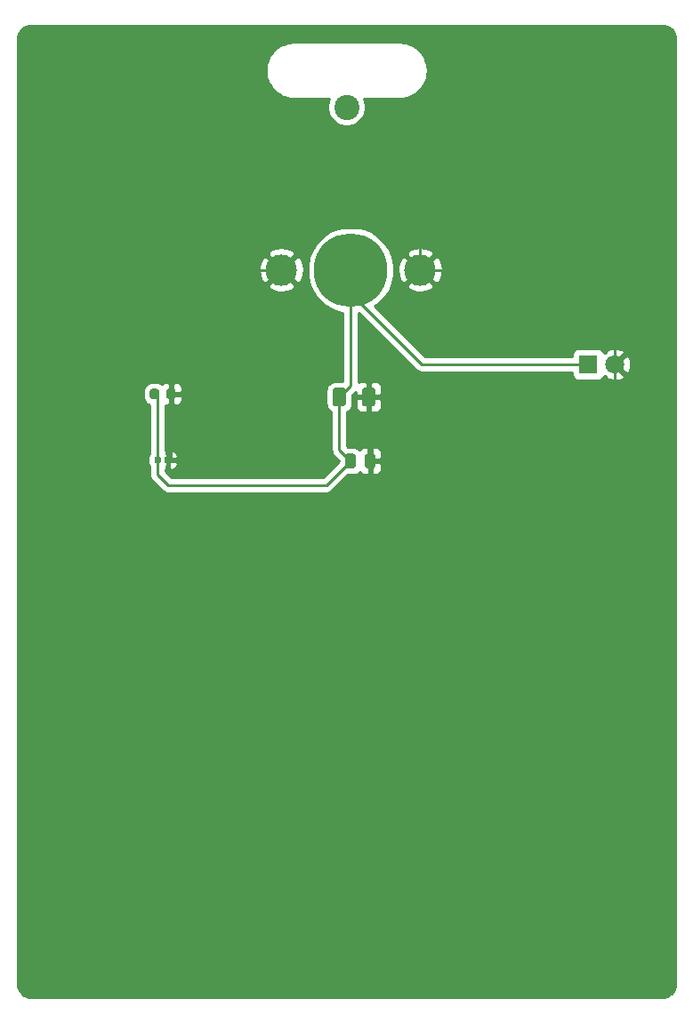
<source format=gbl>
G04 #@! TF.GenerationSoftware,KiCad,Pcbnew,5.1.2*
G04 #@! TF.CreationDate,2019-11-06T15:15:23-05:00*
G04 #@! TF.ProjectId,rochester_makerfaire,726f6368-6573-4746-9572-5f6d616b6572,rev?*
G04 #@! TF.SameCoordinates,Original*
G04 #@! TF.FileFunction,Copper,L2,Bot*
G04 #@! TF.FilePolarity,Positive*
%FSLAX46Y46*%
G04 Gerber Fmt 4.6, Leading zero omitted, Abs format (unit mm)*
G04 Created by KiCad (PCBNEW 5.1.2) date 2019-11-06 15:15:23*
%MOMM*%
%LPD*%
G04 APERTURE LIST*
%ADD10C,7.000000*%
%ADD11C,3.000000*%
%ADD12C,2.400000*%
%ADD13C,1.800000*%
%ADD14R,1.800000X1.800000*%
%ADD15C,0.100000*%
%ADD16C,1.250000*%
%ADD17C,0.975000*%
%ADD18C,0.875000*%
%ADD19C,0.590000*%
%ADD20C,0.250000*%
%ADD21C,0.254000*%
G04 APERTURE END LIST*
D10*
X82400000Y-72000000D03*
D11*
X75800000Y-72000000D03*
X89000000Y-72000000D03*
D12*
X82000000Y-56500000D03*
D13*
X107540000Y-81000000D03*
D14*
X105000000Y-81000000D03*
D15*
G36*
X81699504Y-83226204D02*
G01*
X81723773Y-83229804D01*
X81747571Y-83235765D01*
X81770671Y-83244030D01*
X81792849Y-83254520D01*
X81813893Y-83267133D01*
X81833598Y-83281747D01*
X81851777Y-83298223D01*
X81868253Y-83316402D01*
X81882867Y-83336107D01*
X81895480Y-83357151D01*
X81905970Y-83379329D01*
X81914235Y-83402429D01*
X81920196Y-83426227D01*
X81923796Y-83450496D01*
X81925000Y-83475000D01*
X81925000Y-84725000D01*
X81923796Y-84749504D01*
X81920196Y-84773773D01*
X81914235Y-84797571D01*
X81905970Y-84820671D01*
X81895480Y-84842849D01*
X81882867Y-84863893D01*
X81868253Y-84883598D01*
X81851777Y-84901777D01*
X81833598Y-84918253D01*
X81813893Y-84932867D01*
X81792849Y-84945480D01*
X81770671Y-84955970D01*
X81747571Y-84964235D01*
X81723773Y-84970196D01*
X81699504Y-84973796D01*
X81675000Y-84975000D01*
X80925000Y-84975000D01*
X80900496Y-84973796D01*
X80876227Y-84970196D01*
X80852429Y-84964235D01*
X80829329Y-84955970D01*
X80807151Y-84945480D01*
X80786107Y-84932867D01*
X80766402Y-84918253D01*
X80748223Y-84901777D01*
X80731747Y-84883598D01*
X80717133Y-84863893D01*
X80704520Y-84842849D01*
X80694030Y-84820671D01*
X80685765Y-84797571D01*
X80679804Y-84773773D01*
X80676204Y-84749504D01*
X80675000Y-84725000D01*
X80675000Y-83475000D01*
X80676204Y-83450496D01*
X80679804Y-83426227D01*
X80685765Y-83402429D01*
X80694030Y-83379329D01*
X80704520Y-83357151D01*
X80717133Y-83336107D01*
X80731747Y-83316402D01*
X80748223Y-83298223D01*
X80766402Y-83281747D01*
X80786107Y-83267133D01*
X80807151Y-83254520D01*
X80829329Y-83244030D01*
X80852429Y-83235765D01*
X80876227Y-83229804D01*
X80900496Y-83226204D01*
X80925000Y-83225000D01*
X81675000Y-83225000D01*
X81699504Y-83226204D01*
X81699504Y-83226204D01*
G37*
D16*
X81300000Y-84100000D03*
D15*
G36*
X84499504Y-83226204D02*
G01*
X84523773Y-83229804D01*
X84547571Y-83235765D01*
X84570671Y-83244030D01*
X84592849Y-83254520D01*
X84613893Y-83267133D01*
X84633598Y-83281747D01*
X84651777Y-83298223D01*
X84668253Y-83316402D01*
X84682867Y-83336107D01*
X84695480Y-83357151D01*
X84705970Y-83379329D01*
X84714235Y-83402429D01*
X84720196Y-83426227D01*
X84723796Y-83450496D01*
X84725000Y-83475000D01*
X84725000Y-84725000D01*
X84723796Y-84749504D01*
X84720196Y-84773773D01*
X84714235Y-84797571D01*
X84705970Y-84820671D01*
X84695480Y-84842849D01*
X84682867Y-84863893D01*
X84668253Y-84883598D01*
X84651777Y-84901777D01*
X84633598Y-84918253D01*
X84613893Y-84932867D01*
X84592849Y-84945480D01*
X84570671Y-84955970D01*
X84547571Y-84964235D01*
X84523773Y-84970196D01*
X84499504Y-84973796D01*
X84475000Y-84975000D01*
X83725000Y-84975000D01*
X83700496Y-84973796D01*
X83676227Y-84970196D01*
X83652429Y-84964235D01*
X83629329Y-84955970D01*
X83607151Y-84945480D01*
X83586107Y-84932867D01*
X83566402Y-84918253D01*
X83548223Y-84901777D01*
X83531747Y-84883598D01*
X83517133Y-84863893D01*
X83504520Y-84842849D01*
X83494030Y-84820671D01*
X83485765Y-84797571D01*
X83479804Y-84773773D01*
X83476204Y-84749504D01*
X83475000Y-84725000D01*
X83475000Y-83475000D01*
X83476204Y-83450496D01*
X83479804Y-83426227D01*
X83485765Y-83402429D01*
X83494030Y-83379329D01*
X83504520Y-83357151D01*
X83517133Y-83336107D01*
X83531747Y-83316402D01*
X83548223Y-83298223D01*
X83566402Y-83281747D01*
X83586107Y-83267133D01*
X83607151Y-83254520D01*
X83629329Y-83244030D01*
X83652429Y-83235765D01*
X83676227Y-83229804D01*
X83700496Y-83226204D01*
X83725000Y-83225000D01*
X84475000Y-83225000D01*
X84499504Y-83226204D01*
X84499504Y-83226204D01*
G37*
D16*
X84100000Y-84100000D03*
D15*
G36*
X82630142Y-89501174D02*
G01*
X82653803Y-89504684D01*
X82677007Y-89510496D01*
X82699529Y-89518554D01*
X82721153Y-89528782D01*
X82741670Y-89541079D01*
X82760883Y-89555329D01*
X82778607Y-89571393D01*
X82794671Y-89589117D01*
X82808921Y-89608330D01*
X82821218Y-89628847D01*
X82831446Y-89650471D01*
X82839504Y-89672993D01*
X82845316Y-89696197D01*
X82848826Y-89719858D01*
X82850000Y-89743750D01*
X82850000Y-90656250D01*
X82848826Y-90680142D01*
X82845316Y-90703803D01*
X82839504Y-90727007D01*
X82831446Y-90749529D01*
X82821218Y-90771153D01*
X82808921Y-90791670D01*
X82794671Y-90810883D01*
X82778607Y-90828607D01*
X82760883Y-90844671D01*
X82741670Y-90858921D01*
X82721153Y-90871218D01*
X82699529Y-90881446D01*
X82677007Y-90889504D01*
X82653803Y-90895316D01*
X82630142Y-90898826D01*
X82606250Y-90900000D01*
X82118750Y-90900000D01*
X82094858Y-90898826D01*
X82071197Y-90895316D01*
X82047993Y-90889504D01*
X82025471Y-90881446D01*
X82003847Y-90871218D01*
X81983330Y-90858921D01*
X81964117Y-90844671D01*
X81946393Y-90828607D01*
X81930329Y-90810883D01*
X81916079Y-90791670D01*
X81903782Y-90771153D01*
X81893554Y-90749529D01*
X81885496Y-90727007D01*
X81879684Y-90703803D01*
X81876174Y-90680142D01*
X81875000Y-90656250D01*
X81875000Y-89743750D01*
X81876174Y-89719858D01*
X81879684Y-89696197D01*
X81885496Y-89672993D01*
X81893554Y-89650471D01*
X81903782Y-89628847D01*
X81916079Y-89608330D01*
X81930329Y-89589117D01*
X81946393Y-89571393D01*
X81964117Y-89555329D01*
X81983330Y-89541079D01*
X82003847Y-89528782D01*
X82025471Y-89518554D01*
X82047993Y-89510496D01*
X82071197Y-89504684D01*
X82094858Y-89501174D01*
X82118750Y-89500000D01*
X82606250Y-89500000D01*
X82630142Y-89501174D01*
X82630142Y-89501174D01*
G37*
D17*
X82362500Y-90200000D03*
D15*
G36*
X84505142Y-89501174D02*
G01*
X84528803Y-89504684D01*
X84552007Y-89510496D01*
X84574529Y-89518554D01*
X84596153Y-89528782D01*
X84616670Y-89541079D01*
X84635883Y-89555329D01*
X84653607Y-89571393D01*
X84669671Y-89589117D01*
X84683921Y-89608330D01*
X84696218Y-89628847D01*
X84706446Y-89650471D01*
X84714504Y-89672993D01*
X84720316Y-89696197D01*
X84723826Y-89719858D01*
X84725000Y-89743750D01*
X84725000Y-90656250D01*
X84723826Y-90680142D01*
X84720316Y-90703803D01*
X84714504Y-90727007D01*
X84706446Y-90749529D01*
X84696218Y-90771153D01*
X84683921Y-90791670D01*
X84669671Y-90810883D01*
X84653607Y-90828607D01*
X84635883Y-90844671D01*
X84616670Y-90858921D01*
X84596153Y-90871218D01*
X84574529Y-90881446D01*
X84552007Y-90889504D01*
X84528803Y-90895316D01*
X84505142Y-90898826D01*
X84481250Y-90900000D01*
X83993750Y-90900000D01*
X83969858Y-90898826D01*
X83946197Y-90895316D01*
X83922993Y-90889504D01*
X83900471Y-90881446D01*
X83878847Y-90871218D01*
X83858330Y-90858921D01*
X83839117Y-90844671D01*
X83821393Y-90828607D01*
X83805329Y-90810883D01*
X83791079Y-90791670D01*
X83778782Y-90771153D01*
X83768554Y-90749529D01*
X83760496Y-90727007D01*
X83754684Y-90703803D01*
X83751174Y-90680142D01*
X83750000Y-90656250D01*
X83750000Y-89743750D01*
X83751174Y-89719858D01*
X83754684Y-89696197D01*
X83760496Y-89672993D01*
X83768554Y-89650471D01*
X83778782Y-89628847D01*
X83791079Y-89608330D01*
X83805329Y-89589117D01*
X83821393Y-89571393D01*
X83839117Y-89555329D01*
X83858330Y-89541079D01*
X83878847Y-89528782D01*
X83900471Y-89518554D01*
X83922993Y-89510496D01*
X83946197Y-89504684D01*
X83969858Y-89501174D01*
X83993750Y-89500000D01*
X84481250Y-89500000D01*
X84505142Y-89501174D01*
X84505142Y-89501174D01*
G37*
D17*
X84237500Y-90200000D03*
D15*
G36*
X63952691Y-83326053D02*
G01*
X63973926Y-83329203D01*
X63994750Y-83334419D01*
X64014962Y-83341651D01*
X64034368Y-83350830D01*
X64052781Y-83361866D01*
X64070024Y-83374654D01*
X64085930Y-83389070D01*
X64100346Y-83404976D01*
X64113134Y-83422219D01*
X64124170Y-83440632D01*
X64133349Y-83460038D01*
X64140581Y-83480250D01*
X64145797Y-83501074D01*
X64148947Y-83522309D01*
X64150000Y-83543750D01*
X64150000Y-84056250D01*
X64148947Y-84077691D01*
X64145797Y-84098926D01*
X64140581Y-84119750D01*
X64133349Y-84139962D01*
X64124170Y-84159368D01*
X64113134Y-84177781D01*
X64100346Y-84195024D01*
X64085930Y-84210930D01*
X64070024Y-84225346D01*
X64052781Y-84238134D01*
X64034368Y-84249170D01*
X64014962Y-84258349D01*
X63994750Y-84265581D01*
X63973926Y-84270797D01*
X63952691Y-84273947D01*
X63931250Y-84275000D01*
X63493750Y-84275000D01*
X63472309Y-84273947D01*
X63451074Y-84270797D01*
X63430250Y-84265581D01*
X63410038Y-84258349D01*
X63390632Y-84249170D01*
X63372219Y-84238134D01*
X63354976Y-84225346D01*
X63339070Y-84210930D01*
X63324654Y-84195024D01*
X63311866Y-84177781D01*
X63300830Y-84159368D01*
X63291651Y-84139962D01*
X63284419Y-84119750D01*
X63279203Y-84098926D01*
X63276053Y-84077691D01*
X63275000Y-84056250D01*
X63275000Y-83543750D01*
X63276053Y-83522309D01*
X63279203Y-83501074D01*
X63284419Y-83480250D01*
X63291651Y-83460038D01*
X63300830Y-83440632D01*
X63311866Y-83422219D01*
X63324654Y-83404976D01*
X63339070Y-83389070D01*
X63354976Y-83374654D01*
X63372219Y-83361866D01*
X63390632Y-83350830D01*
X63410038Y-83341651D01*
X63430250Y-83334419D01*
X63451074Y-83329203D01*
X63472309Y-83326053D01*
X63493750Y-83325000D01*
X63931250Y-83325000D01*
X63952691Y-83326053D01*
X63952691Y-83326053D01*
G37*
D18*
X63712500Y-83800000D03*
D15*
G36*
X65527691Y-83326053D02*
G01*
X65548926Y-83329203D01*
X65569750Y-83334419D01*
X65589962Y-83341651D01*
X65609368Y-83350830D01*
X65627781Y-83361866D01*
X65645024Y-83374654D01*
X65660930Y-83389070D01*
X65675346Y-83404976D01*
X65688134Y-83422219D01*
X65699170Y-83440632D01*
X65708349Y-83460038D01*
X65715581Y-83480250D01*
X65720797Y-83501074D01*
X65723947Y-83522309D01*
X65725000Y-83543750D01*
X65725000Y-84056250D01*
X65723947Y-84077691D01*
X65720797Y-84098926D01*
X65715581Y-84119750D01*
X65708349Y-84139962D01*
X65699170Y-84159368D01*
X65688134Y-84177781D01*
X65675346Y-84195024D01*
X65660930Y-84210930D01*
X65645024Y-84225346D01*
X65627781Y-84238134D01*
X65609368Y-84249170D01*
X65589962Y-84258349D01*
X65569750Y-84265581D01*
X65548926Y-84270797D01*
X65527691Y-84273947D01*
X65506250Y-84275000D01*
X65068750Y-84275000D01*
X65047309Y-84273947D01*
X65026074Y-84270797D01*
X65005250Y-84265581D01*
X64985038Y-84258349D01*
X64965632Y-84249170D01*
X64947219Y-84238134D01*
X64929976Y-84225346D01*
X64914070Y-84210930D01*
X64899654Y-84195024D01*
X64886866Y-84177781D01*
X64875830Y-84159368D01*
X64866651Y-84139962D01*
X64859419Y-84119750D01*
X64854203Y-84098926D01*
X64851053Y-84077691D01*
X64850000Y-84056250D01*
X64850000Y-83543750D01*
X64851053Y-83522309D01*
X64854203Y-83501074D01*
X64859419Y-83480250D01*
X64866651Y-83460038D01*
X64875830Y-83440632D01*
X64886866Y-83422219D01*
X64899654Y-83404976D01*
X64914070Y-83389070D01*
X64929976Y-83374654D01*
X64947219Y-83361866D01*
X64965632Y-83350830D01*
X64985038Y-83341651D01*
X65005250Y-83334419D01*
X65026074Y-83329203D01*
X65047309Y-83326053D01*
X65068750Y-83325000D01*
X65506250Y-83325000D01*
X65527691Y-83326053D01*
X65527691Y-83326053D01*
G37*
D18*
X65287500Y-83800000D03*
D15*
G36*
X64176958Y-89780710D02*
G01*
X64191276Y-89782834D01*
X64205317Y-89786351D01*
X64218946Y-89791228D01*
X64232031Y-89797417D01*
X64244447Y-89804858D01*
X64256073Y-89813481D01*
X64266798Y-89823202D01*
X64276519Y-89833927D01*
X64285142Y-89845553D01*
X64292583Y-89857969D01*
X64298772Y-89871054D01*
X64303649Y-89884683D01*
X64307166Y-89898724D01*
X64309290Y-89913042D01*
X64310000Y-89927500D01*
X64310000Y-90272500D01*
X64309290Y-90286958D01*
X64307166Y-90301276D01*
X64303649Y-90315317D01*
X64298772Y-90328946D01*
X64292583Y-90342031D01*
X64285142Y-90354447D01*
X64276519Y-90366073D01*
X64266798Y-90376798D01*
X64256073Y-90386519D01*
X64244447Y-90395142D01*
X64232031Y-90402583D01*
X64218946Y-90408772D01*
X64205317Y-90413649D01*
X64191276Y-90417166D01*
X64176958Y-90419290D01*
X64162500Y-90420000D01*
X63867500Y-90420000D01*
X63853042Y-90419290D01*
X63838724Y-90417166D01*
X63824683Y-90413649D01*
X63811054Y-90408772D01*
X63797969Y-90402583D01*
X63785553Y-90395142D01*
X63773927Y-90386519D01*
X63763202Y-90376798D01*
X63753481Y-90366073D01*
X63744858Y-90354447D01*
X63737417Y-90342031D01*
X63731228Y-90328946D01*
X63726351Y-90315317D01*
X63722834Y-90301276D01*
X63720710Y-90286958D01*
X63720000Y-90272500D01*
X63720000Y-89927500D01*
X63720710Y-89913042D01*
X63722834Y-89898724D01*
X63726351Y-89884683D01*
X63731228Y-89871054D01*
X63737417Y-89857969D01*
X63744858Y-89845553D01*
X63753481Y-89833927D01*
X63763202Y-89823202D01*
X63773927Y-89813481D01*
X63785553Y-89804858D01*
X63797969Y-89797417D01*
X63811054Y-89791228D01*
X63824683Y-89786351D01*
X63838724Y-89782834D01*
X63853042Y-89780710D01*
X63867500Y-89780000D01*
X64162500Y-89780000D01*
X64176958Y-89780710D01*
X64176958Y-89780710D01*
G37*
D19*
X64015000Y-90100000D03*
D15*
G36*
X65146958Y-89780710D02*
G01*
X65161276Y-89782834D01*
X65175317Y-89786351D01*
X65188946Y-89791228D01*
X65202031Y-89797417D01*
X65214447Y-89804858D01*
X65226073Y-89813481D01*
X65236798Y-89823202D01*
X65246519Y-89833927D01*
X65255142Y-89845553D01*
X65262583Y-89857969D01*
X65268772Y-89871054D01*
X65273649Y-89884683D01*
X65277166Y-89898724D01*
X65279290Y-89913042D01*
X65280000Y-89927500D01*
X65280000Y-90272500D01*
X65279290Y-90286958D01*
X65277166Y-90301276D01*
X65273649Y-90315317D01*
X65268772Y-90328946D01*
X65262583Y-90342031D01*
X65255142Y-90354447D01*
X65246519Y-90366073D01*
X65236798Y-90376798D01*
X65226073Y-90386519D01*
X65214447Y-90395142D01*
X65202031Y-90402583D01*
X65188946Y-90408772D01*
X65175317Y-90413649D01*
X65161276Y-90417166D01*
X65146958Y-90419290D01*
X65132500Y-90420000D01*
X64837500Y-90420000D01*
X64823042Y-90419290D01*
X64808724Y-90417166D01*
X64794683Y-90413649D01*
X64781054Y-90408772D01*
X64767969Y-90402583D01*
X64755553Y-90395142D01*
X64743927Y-90386519D01*
X64733202Y-90376798D01*
X64723481Y-90366073D01*
X64714858Y-90354447D01*
X64707417Y-90342031D01*
X64701228Y-90328946D01*
X64696351Y-90315317D01*
X64692834Y-90301276D01*
X64690710Y-90286958D01*
X64690000Y-90272500D01*
X64690000Y-89927500D01*
X64690710Y-89913042D01*
X64692834Y-89898724D01*
X64696351Y-89884683D01*
X64701228Y-89871054D01*
X64707417Y-89857969D01*
X64714858Y-89845553D01*
X64723481Y-89833927D01*
X64733202Y-89823202D01*
X64743927Y-89813481D01*
X64755553Y-89804858D01*
X64767969Y-89797417D01*
X64781054Y-89791228D01*
X64794683Y-89786351D01*
X64808724Y-89782834D01*
X64823042Y-89780710D01*
X64837500Y-89780000D01*
X65132500Y-89780000D01*
X65146958Y-89780710D01*
X65146958Y-89780710D01*
G37*
D19*
X64985000Y-90100000D03*
D20*
X82400000Y-74250000D02*
X82400000Y-72000000D01*
X89150000Y-81000000D02*
X82400000Y-74250000D01*
X105000000Y-81000000D02*
X89150000Y-81000000D01*
X105062500Y-81062500D02*
X105000000Y-81000000D01*
X82400000Y-83000000D02*
X81300000Y-84100000D01*
X82400000Y-72000000D02*
X82400000Y-83000000D01*
X81300000Y-89137500D02*
X82362500Y-90200000D01*
X81300000Y-84100000D02*
X81300000Y-89137500D01*
X80062500Y-92500000D02*
X65000000Y-92500000D01*
X82362500Y-90200000D02*
X80062500Y-92500000D01*
X64015000Y-91515000D02*
X64015000Y-90100000D01*
X65000000Y-92500000D02*
X64015000Y-91515000D01*
X64015000Y-84102500D02*
X63712500Y-83800000D01*
X64015000Y-90100000D02*
X64015000Y-84102500D01*
X107540000Y-81000000D02*
X107540000Y-75540000D01*
X107540000Y-75540000D02*
X104000000Y-72000000D01*
X104000000Y-72000000D02*
X89000000Y-72000000D01*
X89000000Y-69878680D02*
X87121320Y-68000000D01*
X89000000Y-72000000D02*
X89000000Y-69878680D01*
X79800000Y-68000000D02*
X75800000Y-72000000D01*
X87121320Y-68000000D02*
X79800000Y-68000000D01*
X107540000Y-81000000D02*
X107540000Y-82560000D01*
X106000000Y-84100000D02*
X84100000Y-84100000D01*
X107540000Y-82560000D02*
X106000000Y-84100000D01*
X84100000Y-90062500D02*
X84237500Y-90200000D01*
X84100000Y-84100000D02*
X84100000Y-90062500D01*
X65287500Y-76412500D02*
X65287500Y-83800000D01*
X75800000Y-72000000D02*
X69700000Y-72000000D01*
X69700000Y-72000000D02*
X65287500Y-76412500D01*
X65287500Y-89797500D02*
X64985000Y-90100000D01*
X65287500Y-83800000D02*
X65287500Y-89797500D01*
D21*
G36*
X112249899Y-48737907D02*
G01*
X112490285Y-48810484D01*
X112711991Y-48928368D01*
X112906577Y-49087068D01*
X113066635Y-49280545D01*
X113186064Y-49501424D01*
X113260317Y-49741297D01*
X113290000Y-50023716D01*
X113290001Y-139965269D01*
X113262093Y-140249899D01*
X113189517Y-140490282D01*
X113071633Y-140711989D01*
X112912929Y-140906580D01*
X112719455Y-141066635D01*
X112498576Y-141186064D01*
X112258701Y-141260317D01*
X111976291Y-141290000D01*
X52034721Y-141290000D01*
X51750101Y-141262093D01*
X51509718Y-141189517D01*
X51288011Y-141071633D01*
X51093420Y-140912929D01*
X50933365Y-140719455D01*
X50813936Y-140498576D01*
X50739683Y-140258701D01*
X50710000Y-139976291D01*
X50710000Y-83543750D01*
X62636928Y-83543750D01*
X62636928Y-84056250D01*
X62653392Y-84223408D01*
X62702150Y-84384142D01*
X62781329Y-84532275D01*
X62887885Y-84662115D01*
X63017725Y-84768671D01*
X63165858Y-84847850D01*
X63255001Y-84874891D01*
X63255000Y-89441492D01*
X63214321Y-89491060D01*
X63141726Y-89626875D01*
X63097023Y-89774243D01*
X63081928Y-89927500D01*
X63081928Y-90272500D01*
X63097023Y-90425757D01*
X63141726Y-90573125D01*
X63214321Y-90708940D01*
X63255001Y-90758508D01*
X63255000Y-91477677D01*
X63251324Y-91515000D01*
X63255000Y-91552322D01*
X63255000Y-91552332D01*
X63265997Y-91663985D01*
X63305574Y-91794454D01*
X63309454Y-91807246D01*
X63380026Y-91939276D01*
X63419871Y-91987826D01*
X63474999Y-92055001D01*
X63504002Y-92078804D01*
X64436201Y-93011003D01*
X64459999Y-93040001D01*
X64575724Y-93134974D01*
X64707753Y-93205546D01*
X64851014Y-93249003D01*
X64962667Y-93260000D01*
X64962676Y-93260000D01*
X64999999Y-93263676D01*
X65037322Y-93260000D01*
X80025178Y-93260000D01*
X80062500Y-93263676D01*
X80099822Y-93260000D01*
X80099833Y-93260000D01*
X80211486Y-93249003D01*
X80354747Y-93205546D01*
X80486776Y-93134974D01*
X80602501Y-93040001D01*
X80626304Y-93010997D01*
X82100980Y-91536322D01*
X82118750Y-91538072D01*
X82606250Y-91538072D01*
X82778285Y-91521128D01*
X82943709Y-91470947D01*
X83096164Y-91389458D01*
X83229792Y-91279792D01*
X83235008Y-91273436D01*
X83298815Y-91351185D01*
X83395506Y-91430537D01*
X83505820Y-91489502D01*
X83625518Y-91525812D01*
X83750000Y-91538072D01*
X83951750Y-91535000D01*
X84110500Y-91376250D01*
X84110500Y-90327000D01*
X84364500Y-90327000D01*
X84364500Y-91376250D01*
X84523250Y-91535000D01*
X84725000Y-91538072D01*
X84849482Y-91525812D01*
X84969180Y-91489502D01*
X85079494Y-91430537D01*
X85176185Y-91351185D01*
X85255537Y-91254494D01*
X85314502Y-91144180D01*
X85350812Y-91024482D01*
X85363072Y-90900000D01*
X85360000Y-90485750D01*
X85201250Y-90327000D01*
X84364500Y-90327000D01*
X84110500Y-90327000D01*
X84090500Y-90327000D01*
X84090500Y-90073000D01*
X84110500Y-90073000D01*
X84110500Y-89023750D01*
X84364500Y-89023750D01*
X84364500Y-90073000D01*
X85201250Y-90073000D01*
X85360000Y-89914250D01*
X85363072Y-89500000D01*
X85350812Y-89375518D01*
X85314502Y-89255820D01*
X85255537Y-89145506D01*
X85176185Y-89048815D01*
X85079494Y-88969463D01*
X84969180Y-88910498D01*
X84849482Y-88874188D01*
X84725000Y-88861928D01*
X84523250Y-88865000D01*
X84364500Y-89023750D01*
X84110500Y-89023750D01*
X83951750Y-88865000D01*
X83750000Y-88861928D01*
X83625518Y-88874188D01*
X83505820Y-88910498D01*
X83395506Y-88969463D01*
X83298815Y-89048815D01*
X83235008Y-89126564D01*
X83229792Y-89120208D01*
X83096164Y-89010542D01*
X82943709Y-88929053D01*
X82778285Y-88878872D01*
X82606250Y-88861928D01*
X82118750Y-88861928D01*
X82100980Y-88863678D01*
X82060000Y-88822699D01*
X82060000Y-85521339D01*
X82168386Y-85463405D01*
X82302962Y-85352962D01*
X82413405Y-85218386D01*
X82495472Y-85064850D01*
X82522727Y-84975000D01*
X82836928Y-84975000D01*
X82849188Y-85099482D01*
X82885498Y-85219180D01*
X82944463Y-85329494D01*
X83023815Y-85426185D01*
X83120506Y-85505537D01*
X83230820Y-85564502D01*
X83350518Y-85600812D01*
X83475000Y-85613072D01*
X83814250Y-85610000D01*
X83973000Y-85451250D01*
X83973000Y-84227000D01*
X84227000Y-84227000D01*
X84227000Y-85451250D01*
X84385750Y-85610000D01*
X84725000Y-85613072D01*
X84849482Y-85600812D01*
X84969180Y-85564502D01*
X85079494Y-85505537D01*
X85176185Y-85426185D01*
X85255537Y-85329494D01*
X85314502Y-85219180D01*
X85350812Y-85099482D01*
X85363072Y-84975000D01*
X85360000Y-84385750D01*
X85201250Y-84227000D01*
X84227000Y-84227000D01*
X83973000Y-84227000D01*
X82998750Y-84227000D01*
X82840000Y-84385750D01*
X82836928Y-84975000D01*
X82522727Y-84975000D01*
X82546008Y-84898254D01*
X82563072Y-84725000D01*
X82563072Y-83911730D01*
X82839069Y-83635733D01*
X82840000Y-83814250D01*
X82998750Y-83973000D01*
X83973000Y-83973000D01*
X83973000Y-82748750D01*
X84227000Y-82748750D01*
X84227000Y-83973000D01*
X85201250Y-83973000D01*
X85360000Y-83814250D01*
X85363072Y-83225000D01*
X85350812Y-83100518D01*
X85314502Y-82980820D01*
X85255537Y-82870506D01*
X85176185Y-82773815D01*
X85079494Y-82694463D01*
X84969180Y-82635498D01*
X84849482Y-82599188D01*
X84725000Y-82586928D01*
X84385750Y-82590000D01*
X84227000Y-82748750D01*
X83973000Y-82748750D01*
X83814250Y-82590000D01*
X83475000Y-82586928D01*
X83350518Y-82599188D01*
X83230820Y-82635498D01*
X83160000Y-82673353D01*
X83160000Y-76084801D01*
X88586200Y-81511002D01*
X88609999Y-81540001D01*
X88638997Y-81563799D01*
X88725724Y-81634974D01*
X88857753Y-81705546D01*
X89001014Y-81749003D01*
X89150000Y-81763677D01*
X89187333Y-81760000D01*
X103461928Y-81760000D01*
X103461928Y-81900000D01*
X103474188Y-82024482D01*
X103510498Y-82144180D01*
X103569463Y-82254494D01*
X103648815Y-82351185D01*
X103745506Y-82430537D01*
X103855820Y-82489502D01*
X103975518Y-82525812D01*
X104100000Y-82538072D01*
X105900000Y-82538072D01*
X106024482Y-82525812D01*
X106144180Y-82489502D01*
X106254494Y-82430537D01*
X106351185Y-82351185D01*
X106430537Y-82254494D01*
X106489502Y-82144180D01*
X106492813Y-82133265D01*
X106539578Y-82180030D01*
X106655526Y-82064082D01*
X106739208Y-82318261D01*
X107011775Y-82449158D01*
X107304642Y-82524365D01*
X107606553Y-82540991D01*
X107905907Y-82498397D01*
X108191199Y-82398222D01*
X108340792Y-82318261D01*
X108424475Y-82064080D01*
X107540000Y-81179605D01*
X107525858Y-81193748D01*
X107346253Y-81014143D01*
X107360395Y-81000000D01*
X107719605Y-81000000D01*
X108604080Y-81884475D01*
X108858261Y-81800792D01*
X108989158Y-81528225D01*
X109064365Y-81235358D01*
X109080991Y-80933447D01*
X109038397Y-80634093D01*
X108938222Y-80348801D01*
X108858261Y-80199208D01*
X108604080Y-80115525D01*
X107719605Y-81000000D01*
X107360395Y-81000000D01*
X107346253Y-80985858D01*
X107525858Y-80806253D01*
X107540000Y-80820395D01*
X108424475Y-79935920D01*
X108340792Y-79681739D01*
X108068225Y-79550842D01*
X107775358Y-79475635D01*
X107473447Y-79459009D01*
X107174093Y-79501603D01*
X106888801Y-79601778D01*
X106739208Y-79681739D01*
X106655526Y-79935918D01*
X106539578Y-79819970D01*
X106492813Y-79866735D01*
X106489502Y-79855820D01*
X106430537Y-79745506D01*
X106351185Y-79648815D01*
X106254494Y-79569463D01*
X106144180Y-79510498D01*
X106024482Y-79474188D01*
X105900000Y-79461928D01*
X104100000Y-79461928D01*
X103975518Y-79474188D01*
X103855820Y-79510498D01*
X103745506Y-79569463D01*
X103648815Y-79648815D01*
X103569463Y-79745506D01*
X103510498Y-79855820D01*
X103474188Y-79975518D01*
X103461928Y-80100000D01*
X103461928Y-80240000D01*
X89464802Y-80240000D01*
X84676689Y-75451887D01*
X85035909Y-75211864D01*
X85611864Y-74635909D01*
X86064389Y-73958657D01*
X86257828Y-73491653D01*
X87687952Y-73491653D01*
X87843962Y-73807214D01*
X88218745Y-73998020D01*
X88623551Y-74112044D01*
X89042824Y-74144902D01*
X89460451Y-74095334D01*
X89860383Y-73965243D01*
X90156038Y-73807214D01*
X90312048Y-73491653D01*
X89000000Y-72179605D01*
X87687952Y-73491653D01*
X86257828Y-73491653D01*
X86376094Y-73206135D01*
X86535000Y-72407262D01*
X86535000Y-72042824D01*
X86855098Y-72042824D01*
X86904666Y-72460451D01*
X87034757Y-72860383D01*
X87192786Y-73156038D01*
X87508347Y-73312048D01*
X88820395Y-72000000D01*
X89179605Y-72000000D01*
X90491653Y-73312048D01*
X90807214Y-73156038D01*
X90998020Y-72781255D01*
X91112044Y-72376449D01*
X91144902Y-71957176D01*
X91095334Y-71539549D01*
X90965243Y-71139617D01*
X90807214Y-70843962D01*
X90491653Y-70687952D01*
X89179605Y-72000000D01*
X88820395Y-72000000D01*
X87508347Y-70687952D01*
X87192786Y-70843962D01*
X87001980Y-71218745D01*
X86887956Y-71623551D01*
X86855098Y-72042824D01*
X86535000Y-72042824D01*
X86535000Y-71592738D01*
X86376094Y-70793865D01*
X86257829Y-70508347D01*
X87687952Y-70508347D01*
X89000000Y-71820395D01*
X90312048Y-70508347D01*
X90156038Y-70192786D01*
X89781255Y-70001980D01*
X89376449Y-69887956D01*
X88957176Y-69855098D01*
X88539549Y-69904666D01*
X88139617Y-70034757D01*
X87843962Y-70192786D01*
X87687952Y-70508347D01*
X86257829Y-70508347D01*
X86064389Y-70041343D01*
X85611864Y-69364091D01*
X85035909Y-68788136D01*
X84358657Y-68335611D01*
X83606135Y-68023906D01*
X82807262Y-67865000D01*
X81992738Y-67865000D01*
X81193865Y-68023906D01*
X80441343Y-68335611D01*
X79764091Y-68788136D01*
X79188136Y-69364091D01*
X78735611Y-70041343D01*
X78423906Y-70793865D01*
X78265000Y-71592738D01*
X78265000Y-72407262D01*
X78423906Y-73206135D01*
X78735611Y-73958657D01*
X79188136Y-74635909D01*
X79764091Y-75211864D01*
X80441343Y-75664389D01*
X81193865Y-75976094D01*
X81640000Y-76064836D01*
X81640001Y-82586928D01*
X80925000Y-82586928D01*
X80751746Y-82603992D01*
X80585150Y-82654528D01*
X80431614Y-82736595D01*
X80297038Y-82847038D01*
X80186595Y-82981614D01*
X80104528Y-83135150D01*
X80053992Y-83301746D01*
X80036928Y-83475000D01*
X80036928Y-84725000D01*
X80053992Y-84898254D01*
X80104528Y-85064850D01*
X80186595Y-85218386D01*
X80297038Y-85352962D01*
X80431614Y-85463405D01*
X80540000Y-85521339D01*
X80540001Y-89100168D01*
X80536324Y-89137500D01*
X80550998Y-89286485D01*
X80594454Y-89429746D01*
X80665026Y-89561776D01*
X80718452Y-89626875D01*
X80760000Y-89677501D01*
X80788998Y-89701299D01*
X81236928Y-90149229D01*
X81236928Y-90250770D01*
X79747699Y-91740000D01*
X65314802Y-91740000D01*
X64775000Y-91200199D01*
X64775000Y-90979250D01*
X64858000Y-90896250D01*
X64858000Y-90629763D01*
X64888274Y-90573125D01*
X64932977Y-90425757D01*
X64948072Y-90272500D01*
X64948072Y-90227000D01*
X65112000Y-90227000D01*
X65112000Y-90896250D01*
X65270750Y-91055000D01*
X65280000Y-91058072D01*
X65404482Y-91045812D01*
X65524180Y-91009502D01*
X65634494Y-90950537D01*
X65731185Y-90871185D01*
X65810537Y-90774494D01*
X65869502Y-90664180D01*
X65905812Y-90544482D01*
X65918072Y-90420000D01*
X65915000Y-90385750D01*
X65756250Y-90227000D01*
X65112000Y-90227000D01*
X64948072Y-90227000D01*
X64948072Y-89927500D01*
X64932977Y-89774243D01*
X64888274Y-89626875D01*
X64858000Y-89570237D01*
X64858000Y-89303750D01*
X65112000Y-89303750D01*
X65112000Y-89973000D01*
X65756250Y-89973000D01*
X65915000Y-89814250D01*
X65918072Y-89780000D01*
X65905812Y-89655518D01*
X65869502Y-89535820D01*
X65810537Y-89425506D01*
X65731185Y-89328815D01*
X65634494Y-89249463D01*
X65524180Y-89190498D01*
X65404482Y-89154188D01*
X65280000Y-89141928D01*
X65270750Y-89145000D01*
X65112000Y-89303750D01*
X64858000Y-89303750D01*
X64775000Y-89220750D01*
X64775000Y-84905685D01*
X64850000Y-84913072D01*
X65001750Y-84910000D01*
X65160500Y-84751250D01*
X65160500Y-83927000D01*
X65414500Y-83927000D01*
X65414500Y-84751250D01*
X65573250Y-84910000D01*
X65725000Y-84913072D01*
X65849482Y-84900812D01*
X65969180Y-84864502D01*
X66079494Y-84805537D01*
X66176185Y-84726185D01*
X66255537Y-84629494D01*
X66314502Y-84519180D01*
X66350812Y-84399482D01*
X66363072Y-84275000D01*
X66360000Y-84085750D01*
X66201250Y-83927000D01*
X65414500Y-83927000D01*
X65160500Y-83927000D01*
X65140500Y-83927000D01*
X65140500Y-83673000D01*
X65160500Y-83673000D01*
X65160500Y-82848750D01*
X65414500Y-82848750D01*
X65414500Y-83673000D01*
X66201250Y-83673000D01*
X66360000Y-83514250D01*
X66363072Y-83325000D01*
X66350812Y-83200518D01*
X66314502Y-83080820D01*
X66255537Y-82970506D01*
X66176185Y-82873815D01*
X66079494Y-82794463D01*
X65969180Y-82735498D01*
X65849482Y-82699188D01*
X65725000Y-82686928D01*
X65573250Y-82690000D01*
X65414500Y-82848750D01*
X65160500Y-82848750D01*
X65001750Y-82690000D01*
X64850000Y-82686928D01*
X64725518Y-82699188D01*
X64605820Y-82735498D01*
X64495506Y-82794463D01*
X64428930Y-82849100D01*
X64407275Y-82831329D01*
X64259142Y-82752150D01*
X64098408Y-82703392D01*
X63931250Y-82686928D01*
X63493750Y-82686928D01*
X63326592Y-82703392D01*
X63165858Y-82752150D01*
X63017725Y-82831329D01*
X62887885Y-82937885D01*
X62781329Y-83067725D01*
X62702150Y-83215858D01*
X62653392Y-83376592D01*
X62636928Y-83543750D01*
X50710000Y-83543750D01*
X50710000Y-73491653D01*
X74487952Y-73491653D01*
X74643962Y-73807214D01*
X75018745Y-73998020D01*
X75423551Y-74112044D01*
X75842824Y-74144902D01*
X76260451Y-74095334D01*
X76660383Y-73965243D01*
X76956038Y-73807214D01*
X77112048Y-73491653D01*
X75800000Y-72179605D01*
X74487952Y-73491653D01*
X50710000Y-73491653D01*
X50710000Y-72042824D01*
X73655098Y-72042824D01*
X73704666Y-72460451D01*
X73834757Y-72860383D01*
X73992786Y-73156038D01*
X74308347Y-73312048D01*
X75620395Y-72000000D01*
X75979605Y-72000000D01*
X77291653Y-73312048D01*
X77607214Y-73156038D01*
X77798020Y-72781255D01*
X77912044Y-72376449D01*
X77944902Y-71957176D01*
X77895334Y-71539549D01*
X77765243Y-71139617D01*
X77607214Y-70843962D01*
X77291653Y-70687952D01*
X75979605Y-72000000D01*
X75620395Y-72000000D01*
X74308347Y-70687952D01*
X73992786Y-70843962D01*
X73801980Y-71218745D01*
X73687956Y-71623551D01*
X73655098Y-72042824D01*
X50710000Y-72042824D01*
X50710000Y-70508347D01*
X74487952Y-70508347D01*
X75800000Y-71820395D01*
X77112048Y-70508347D01*
X76956038Y-70192786D01*
X76581255Y-70001980D01*
X76176449Y-69887956D01*
X75757176Y-69855098D01*
X75339549Y-69904666D01*
X74939617Y-70034757D01*
X74643962Y-70192786D01*
X74487952Y-70508347D01*
X50710000Y-70508347D01*
X50710000Y-52949615D01*
X74292971Y-52949615D01*
X74293420Y-53013931D01*
X74292971Y-53078313D01*
X74293939Y-53088179D01*
X74334739Y-53476371D01*
X74347677Y-53539396D01*
X74359737Y-53602618D01*
X74362602Y-53612109D01*
X74478026Y-53984983D01*
X74502960Y-54044299D01*
X74527069Y-54103971D01*
X74531723Y-54112724D01*
X74717374Y-54456079D01*
X74753356Y-54509424D01*
X74788596Y-54563276D01*
X74794861Y-54570958D01*
X75043668Y-54871713D01*
X75089323Y-54917050D01*
X75134353Y-54963033D01*
X75141991Y-54969351D01*
X75444476Y-55216052D01*
X75498041Y-55251640D01*
X75551171Y-55288020D01*
X75559891Y-55292734D01*
X75904533Y-55475984D01*
X75963995Y-55500492D01*
X76023177Y-55525858D01*
X76032647Y-55528789D01*
X76406318Y-55641607D01*
X76469456Y-55654108D01*
X76532388Y-55667485D01*
X76542247Y-55668521D01*
X76929984Y-55706539D01*
X76965123Y-55710000D01*
X80341039Y-55710000D01*
X80235518Y-55964750D01*
X80165000Y-56319268D01*
X80165000Y-56680732D01*
X80235518Y-57035250D01*
X80373844Y-57369199D01*
X80574662Y-57669744D01*
X80830256Y-57925338D01*
X81130801Y-58126156D01*
X81464750Y-58264482D01*
X81819268Y-58335000D01*
X82180732Y-58335000D01*
X82535250Y-58264482D01*
X82869199Y-58126156D01*
X83169744Y-57925338D01*
X83425338Y-57669744D01*
X83626156Y-57369199D01*
X83764482Y-57035250D01*
X83835000Y-56680732D01*
X83835000Y-56319268D01*
X83764482Y-55964750D01*
X83658961Y-55710000D01*
X87034877Y-55710000D01*
X87071257Y-55706417D01*
X87097208Y-55706417D01*
X87107067Y-55705380D01*
X87494967Y-55661870D01*
X87557888Y-55648496D01*
X87621035Y-55635992D01*
X87630504Y-55633061D01*
X88002565Y-55515037D01*
X88061661Y-55489708D01*
X88121210Y-55465164D01*
X88129930Y-55460448D01*
X88471980Y-55272404D01*
X88525050Y-55236066D01*
X88578675Y-55200438D01*
X88586313Y-55194119D01*
X88885324Y-54943219D01*
X88930321Y-54897270D01*
X88976010Y-54851898D01*
X88982275Y-54844216D01*
X89226859Y-54540015D01*
X89262074Y-54486201D01*
X89298080Y-54432819D01*
X89302734Y-54424066D01*
X89483572Y-54078154D01*
X89507663Y-54018527D01*
X89532616Y-53959166D01*
X89535481Y-53949676D01*
X89645688Y-53575226D01*
X89657748Y-53512008D01*
X89670686Y-53448977D01*
X89671653Y-53439111D01*
X89707029Y-53050385D01*
X89706580Y-52986069D01*
X89707029Y-52921687D01*
X89706061Y-52911821D01*
X89665260Y-52523628D01*
X89652330Y-52460640D01*
X89640263Y-52397381D01*
X89637398Y-52387891D01*
X89521974Y-52015016D01*
X89497029Y-51955675D01*
X89472931Y-51896029D01*
X89468277Y-51887276D01*
X89282626Y-51543921D01*
X89246644Y-51490576D01*
X89211404Y-51436724D01*
X89205138Y-51429042D01*
X88956332Y-51128287D01*
X88910677Y-51082950D01*
X88865647Y-51036967D01*
X88858009Y-51030648D01*
X88555524Y-50783948D01*
X88501941Y-50748348D01*
X88448828Y-50711980D01*
X88440108Y-50707265D01*
X88095467Y-50524016D01*
X88035993Y-50499503D01*
X87976823Y-50474142D01*
X87967353Y-50471211D01*
X87593681Y-50358393D01*
X87530551Y-50345893D01*
X87467612Y-50332515D01*
X87457753Y-50331479D01*
X87070016Y-50293461D01*
X87034877Y-50290000D01*
X76965123Y-50290000D01*
X76928743Y-50293583D01*
X76902792Y-50293583D01*
X76892933Y-50294620D01*
X76505034Y-50338130D01*
X76442127Y-50351501D01*
X76378965Y-50364008D01*
X76369496Y-50366939D01*
X75997435Y-50484963D01*
X75938314Y-50510303D01*
X75878791Y-50534836D01*
X75870071Y-50539551D01*
X75528020Y-50727596D01*
X75474966Y-50763923D01*
X75421325Y-50799562D01*
X75413687Y-50805882D01*
X75114676Y-51056781D01*
X75069644Y-51102767D01*
X75023991Y-51148102D01*
X75017725Y-51155784D01*
X74773141Y-51459985D01*
X74737916Y-51513814D01*
X74701920Y-51567181D01*
X74697266Y-51575934D01*
X74516427Y-51921847D01*
X74492312Y-51981533D01*
X74467384Y-52040834D01*
X74464519Y-52050324D01*
X74354312Y-52424774D01*
X74342251Y-52488000D01*
X74329314Y-52551024D01*
X74328347Y-52560890D01*
X74292971Y-52949615D01*
X50710000Y-52949615D01*
X50710000Y-50034721D01*
X50737907Y-49750101D01*
X50810484Y-49509715D01*
X50928368Y-49288009D01*
X51087068Y-49093423D01*
X51280545Y-48933365D01*
X51501424Y-48813936D01*
X51741297Y-48739683D01*
X52023716Y-48710000D01*
X111965279Y-48710000D01*
X112249899Y-48737907D01*
X112249899Y-48737907D01*
G37*
X112249899Y-48737907D02*
X112490285Y-48810484D01*
X112711991Y-48928368D01*
X112906577Y-49087068D01*
X113066635Y-49280545D01*
X113186064Y-49501424D01*
X113260317Y-49741297D01*
X113290000Y-50023716D01*
X113290001Y-139965269D01*
X113262093Y-140249899D01*
X113189517Y-140490282D01*
X113071633Y-140711989D01*
X112912929Y-140906580D01*
X112719455Y-141066635D01*
X112498576Y-141186064D01*
X112258701Y-141260317D01*
X111976291Y-141290000D01*
X52034721Y-141290000D01*
X51750101Y-141262093D01*
X51509718Y-141189517D01*
X51288011Y-141071633D01*
X51093420Y-140912929D01*
X50933365Y-140719455D01*
X50813936Y-140498576D01*
X50739683Y-140258701D01*
X50710000Y-139976291D01*
X50710000Y-83543750D01*
X62636928Y-83543750D01*
X62636928Y-84056250D01*
X62653392Y-84223408D01*
X62702150Y-84384142D01*
X62781329Y-84532275D01*
X62887885Y-84662115D01*
X63017725Y-84768671D01*
X63165858Y-84847850D01*
X63255001Y-84874891D01*
X63255000Y-89441492D01*
X63214321Y-89491060D01*
X63141726Y-89626875D01*
X63097023Y-89774243D01*
X63081928Y-89927500D01*
X63081928Y-90272500D01*
X63097023Y-90425757D01*
X63141726Y-90573125D01*
X63214321Y-90708940D01*
X63255001Y-90758508D01*
X63255000Y-91477677D01*
X63251324Y-91515000D01*
X63255000Y-91552322D01*
X63255000Y-91552332D01*
X63265997Y-91663985D01*
X63305574Y-91794454D01*
X63309454Y-91807246D01*
X63380026Y-91939276D01*
X63419871Y-91987826D01*
X63474999Y-92055001D01*
X63504002Y-92078804D01*
X64436201Y-93011003D01*
X64459999Y-93040001D01*
X64575724Y-93134974D01*
X64707753Y-93205546D01*
X64851014Y-93249003D01*
X64962667Y-93260000D01*
X64962676Y-93260000D01*
X64999999Y-93263676D01*
X65037322Y-93260000D01*
X80025178Y-93260000D01*
X80062500Y-93263676D01*
X80099822Y-93260000D01*
X80099833Y-93260000D01*
X80211486Y-93249003D01*
X80354747Y-93205546D01*
X80486776Y-93134974D01*
X80602501Y-93040001D01*
X80626304Y-93010997D01*
X82100980Y-91536322D01*
X82118750Y-91538072D01*
X82606250Y-91538072D01*
X82778285Y-91521128D01*
X82943709Y-91470947D01*
X83096164Y-91389458D01*
X83229792Y-91279792D01*
X83235008Y-91273436D01*
X83298815Y-91351185D01*
X83395506Y-91430537D01*
X83505820Y-91489502D01*
X83625518Y-91525812D01*
X83750000Y-91538072D01*
X83951750Y-91535000D01*
X84110500Y-91376250D01*
X84110500Y-90327000D01*
X84364500Y-90327000D01*
X84364500Y-91376250D01*
X84523250Y-91535000D01*
X84725000Y-91538072D01*
X84849482Y-91525812D01*
X84969180Y-91489502D01*
X85079494Y-91430537D01*
X85176185Y-91351185D01*
X85255537Y-91254494D01*
X85314502Y-91144180D01*
X85350812Y-91024482D01*
X85363072Y-90900000D01*
X85360000Y-90485750D01*
X85201250Y-90327000D01*
X84364500Y-90327000D01*
X84110500Y-90327000D01*
X84090500Y-90327000D01*
X84090500Y-90073000D01*
X84110500Y-90073000D01*
X84110500Y-89023750D01*
X84364500Y-89023750D01*
X84364500Y-90073000D01*
X85201250Y-90073000D01*
X85360000Y-89914250D01*
X85363072Y-89500000D01*
X85350812Y-89375518D01*
X85314502Y-89255820D01*
X85255537Y-89145506D01*
X85176185Y-89048815D01*
X85079494Y-88969463D01*
X84969180Y-88910498D01*
X84849482Y-88874188D01*
X84725000Y-88861928D01*
X84523250Y-88865000D01*
X84364500Y-89023750D01*
X84110500Y-89023750D01*
X83951750Y-88865000D01*
X83750000Y-88861928D01*
X83625518Y-88874188D01*
X83505820Y-88910498D01*
X83395506Y-88969463D01*
X83298815Y-89048815D01*
X83235008Y-89126564D01*
X83229792Y-89120208D01*
X83096164Y-89010542D01*
X82943709Y-88929053D01*
X82778285Y-88878872D01*
X82606250Y-88861928D01*
X82118750Y-88861928D01*
X82100980Y-88863678D01*
X82060000Y-88822699D01*
X82060000Y-85521339D01*
X82168386Y-85463405D01*
X82302962Y-85352962D01*
X82413405Y-85218386D01*
X82495472Y-85064850D01*
X82522727Y-84975000D01*
X82836928Y-84975000D01*
X82849188Y-85099482D01*
X82885498Y-85219180D01*
X82944463Y-85329494D01*
X83023815Y-85426185D01*
X83120506Y-85505537D01*
X83230820Y-85564502D01*
X83350518Y-85600812D01*
X83475000Y-85613072D01*
X83814250Y-85610000D01*
X83973000Y-85451250D01*
X83973000Y-84227000D01*
X84227000Y-84227000D01*
X84227000Y-85451250D01*
X84385750Y-85610000D01*
X84725000Y-85613072D01*
X84849482Y-85600812D01*
X84969180Y-85564502D01*
X85079494Y-85505537D01*
X85176185Y-85426185D01*
X85255537Y-85329494D01*
X85314502Y-85219180D01*
X85350812Y-85099482D01*
X85363072Y-84975000D01*
X85360000Y-84385750D01*
X85201250Y-84227000D01*
X84227000Y-84227000D01*
X83973000Y-84227000D01*
X82998750Y-84227000D01*
X82840000Y-84385750D01*
X82836928Y-84975000D01*
X82522727Y-84975000D01*
X82546008Y-84898254D01*
X82563072Y-84725000D01*
X82563072Y-83911730D01*
X82839069Y-83635733D01*
X82840000Y-83814250D01*
X82998750Y-83973000D01*
X83973000Y-83973000D01*
X83973000Y-82748750D01*
X84227000Y-82748750D01*
X84227000Y-83973000D01*
X85201250Y-83973000D01*
X85360000Y-83814250D01*
X85363072Y-83225000D01*
X85350812Y-83100518D01*
X85314502Y-82980820D01*
X85255537Y-82870506D01*
X85176185Y-82773815D01*
X85079494Y-82694463D01*
X84969180Y-82635498D01*
X84849482Y-82599188D01*
X84725000Y-82586928D01*
X84385750Y-82590000D01*
X84227000Y-82748750D01*
X83973000Y-82748750D01*
X83814250Y-82590000D01*
X83475000Y-82586928D01*
X83350518Y-82599188D01*
X83230820Y-82635498D01*
X83160000Y-82673353D01*
X83160000Y-76084801D01*
X88586200Y-81511002D01*
X88609999Y-81540001D01*
X88638997Y-81563799D01*
X88725724Y-81634974D01*
X88857753Y-81705546D01*
X89001014Y-81749003D01*
X89150000Y-81763677D01*
X89187333Y-81760000D01*
X103461928Y-81760000D01*
X103461928Y-81900000D01*
X103474188Y-82024482D01*
X103510498Y-82144180D01*
X103569463Y-82254494D01*
X103648815Y-82351185D01*
X103745506Y-82430537D01*
X103855820Y-82489502D01*
X103975518Y-82525812D01*
X104100000Y-82538072D01*
X105900000Y-82538072D01*
X106024482Y-82525812D01*
X106144180Y-82489502D01*
X106254494Y-82430537D01*
X106351185Y-82351185D01*
X106430537Y-82254494D01*
X106489502Y-82144180D01*
X106492813Y-82133265D01*
X106539578Y-82180030D01*
X106655526Y-82064082D01*
X106739208Y-82318261D01*
X107011775Y-82449158D01*
X107304642Y-82524365D01*
X107606553Y-82540991D01*
X107905907Y-82498397D01*
X108191199Y-82398222D01*
X108340792Y-82318261D01*
X108424475Y-82064080D01*
X107540000Y-81179605D01*
X107525858Y-81193748D01*
X107346253Y-81014143D01*
X107360395Y-81000000D01*
X107719605Y-81000000D01*
X108604080Y-81884475D01*
X108858261Y-81800792D01*
X108989158Y-81528225D01*
X109064365Y-81235358D01*
X109080991Y-80933447D01*
X109038397Y-80634093D01*
X108938222Y-80348801D01*
X108858261Y-80199208D01*
X108604080Y-80115525D01*
X107719605Y-81000000D01*
X107360395Y-81000000D01*
X107346253Y-80985858D01*
X107525858Y-80806253D01*
X107540000Y-80820395D01*
X108424475Y-79935920D01*
X108340792Y-79681739D01*
X108068225Y-79550842D01*
X107775358Y-79475635D01*
X107473447Y-79459009D01*
X107174093Y-79501603D01*
X106888801Y-79601778D01*
X106739208Y-79681739D01*
X106655526Y-79935918D01*
X106539578Y-79819970D01*
X106492813Y-79866735D01*
X106489502Y-79855820D01*
X106430537Y-79745506D01*
X106351185Y-79648815D01*
X106254494Y-79569463D01*
X106144180Y-79510498D01*
X106024482Y-79474188D01*
X105900000Y-79461928D01*
X104100000Y-79461928D01*
X103975518Y-79474188D01*
X103855820Y-79510498D01*
X103745506Y-79569463D01*
X103648815Y-79648815D01*
X103569463Y-79745506D01*
X103510498Y-79855820D01*
X103474188Y-79975518D01*
X103461928Y-80100000D01*
X103461928Y-80240000D01*
X89464802Y-80240000D01*
X84676689Y-75451887D01*
X85035909Y-75211864D01*
X85611864Y-74635909D01*
X86064389Y-73958657D01*
X86257828Y-73491653D01*
X87687952Y-73491653D01*
X87843962Y-73807214D01*
X88218745Y-73998020D01*
X88623551Y-74112044D01*
X89042824Y-74144902D01*
X89460451Y-74095334D01*
X89860383Y-73965243D01*
X90156038Y-73807214D01*
X90312048Y-73491653D01*
X89000000Y-72179605D01*
X87687952Y-73491653D01*
X86257828Y-73491653D01*
X86376094Y-73206135D01*
X86535000Y-72407262D01*
X86535000Y-72042824D01*
X86855098Y-72042824D01*
X86904666Y-72460451D01*
X87034757Y-72860383D01*
X87192786Y-73156038D01*
X87508347Y-73312048D01*
X88820395Y-72000000D01*
X89179605Y-72000000D01*
X90491653Y-73312048D01*
X90807214Y-73156038D01*
X90998020Y-72781255D01*
X91112044Y-72376449D01*
X91144902Y-71957176D01*
X91095334Y-71539549D01*
X90965243Y-71139617D01*
X90807214Y-70843962D01*
X90491653Y-70687952D01*
X89179605Y-72000000D01*
X88820395Y-72000000D01*
X87508347Y-70687952D01*
X87192786Y-70843962D01*
X87001980Y-71218745D01*
X86887956Y-71623551D01*
X86855098Y-72042824D01*
X86535000Y-72042824D01*
X86535000Y-71592738D01*
X86376094Y-70793865D01*
X86257829Y-70508347D01*
X87687952Y-70508347D01*
X89000000Y-71820395D01*
X90312048Y-70508347D01*
X90156038Y-70192786D01*
X89781255Y-70001980D01*
X89376449Y-69887956D01*
X88957176Y-69855098D01*
X88539549Y-69904666D01*
X88139617Y-70034757D01*
X87843962Y-70192786D01*
X87687952Y-70508347D01*
X86257829Y-70508347D01*
X86064389Y-70041343D01*
X85611864Y-69364091D01*
X85035909Y-68788136D01*
X84358657Y-68335611D01*
X83606135Y-68023906D01*
X82807262Y-67865000D01*
X81992738Y-67865000D01*
X81193865Y-68023906D01*
X80441343Y-68335611D01*
X79764091Y-68788136D01*
X79188136Y-69364091D01*
X78735611Y-70041343D01*
X78423906Y-70793865D01*
X78265000Y-71592738D01*
X78265000Y-72407262D01*
X78423906Y-73206135D01*
X78735611Y-73958657D01*
X79188136Y-74635909D01*
X79764091Y-75211864D01*
X80441343Y-75664389D01*
X81193865Y-75976094D01*
X81640000Y-76064836D01*
X81640001Y-82586928D01*
X80925000Y-82586928D01*
X80751746Y-82603992D01*
X80585150Y-82654528D01*
X80431614Y-82736595D01*
X80297038Y-82847038D01*
X80186595Y-82981614D01*
X80104528Y-83135150D01*
X80053992Y-83301746D01*
X80036928Y-83475000D01*
X80036928Y-84725000D01*
X80053992Y-84898254D01*
X80104528Y-85064850D01*
X80186595Y-85218386D01*
X80297038Y-85352962D01*
X80431614Y-85463405D01*
X80540000Y-85521339D01*
X80540001Y-89100168D01*
X80536324Y-89137500D01*
X80550998Y-89286485D01*
X80594454Y-89429746D01*
X80665026Y-89561776D01*
X80718452Y-89626875D01*
X80760000Y-89677501D01*
X80788998Y-89701299D01*
X81236928Y-90149229D01*
X81236928Y-90250770D01*
X79747699Y-91740000D01*
X65314802Y-91740000D01*
X64775000Y-91200199D01*
X64775000Y-90979250D01*
X64858000Y-90896250D01*
X64858000Y-90629763D01*
X64888274Y-90573125D01*
X64932977Y-90425757D01*
X64948072Y-90272500D01*
X64948072Y-90227000D01*
X65112000Y-90227000D01*
X65112000Y-90896250D01*
X65270750Y-91055000D01*
X65280000Y-91058072D01*
X65404482Y-91045812D01*
X65524180Y-91009502D01*
X65634494Y-90950537D01*
X65731185Y-90871185D01*
X65810537Y-90774494D01*
X65869502Y-90664180D01*
X65905812Y-90544482D01*
X65918072Y-90420000D01*
X65915000Y-90385750D01*
X65756250Y-90227000D01*
X65112000Y-90227000D01*
X64948072Y-90227000D01*
X64948072Y-89927500D01*
X64932977Y-89774243D01*
X64888274Y-89626875D01*
X64858000Y-89570237D01*
X64858000Y-89303750D01*
X65112000Y-89303750D01*
X65112000Y-89973000D01*
X65756250Y-89973000D01*
X65915000Y-89814250D01*
X65918072Y-89780000D01*
X65905812Y-89655518D01*
X65869502Y-89535820D01*
X65810537Y-89425506D01*
X65731185Y-89328815D01*
X65634494Y-89249463D01*
X65524180Y-89190498D01*
X65404482Y-89154188D01*
X65280000Y-89141928D01*
X65270750Y-89145000D01*
X65112000Y-89303750D01*
X64858000Y-89303750D01*
X64775000Y-89220750D01*
X64775000Y-84905685D01*
X64850000Y-84913072D01*
X65001750Y-84910000D01*
X65160500Y-84751250D01*
X65160500Y-83927000D01*
X65414500Y-83927000D01*
X65414500Y-84751250D01*
X65573250Y-84910000D01*
X65725000Y-84913072D01*
X65849482Y-84900812D01*
X65969180Y-84864502D01*
X66079494Y-84805537D01*
X66176185Y-84726185D01*
X66255537Y-84629494D01*
X66314502Y-84519180D01*
X66350812Y-84399482D01*
X66363072Y-84275000D01*
X66360000Y-84085750D01*
X66201250Y-83927000D01*
X65414500Y-83927000D01*
X65160500Y-83927000D01*
X65140500Y-83927000D01*
X65140500Y-83673000D01*
X65160500Y-83673000D01*
X65160500Y-82848750D01*
X65414500Y-82848750D01*
X65414500Y-83673000D01*
X66201250Y-83673000D01*
X66360000Y-83514250D01*
X66363072Y-83325000D01*
X66350812Y-83200518D01*
X66314502Y-83080820D01*
X66255537Y-82970506D01*
X66176185Y-82873815D01*
X66079494Y-82794463D01*
X65969180Y-82735498D01*
X65849482Y-82699188D01*
X65725000Y-82686928D01*
X65573250Y-82690000D01*
X65414500Y-82848750D01*
X65160500Y-82848750D01*
X65001750Y-82690000D01*
X64850000Y-82686928D01*
X64725518Y-82699188D01*
X64605820Y-82735498D01*
X64495506Y-82794463D01*
X64428930Y-82849100D01*
X64407275Y-82831329D01*
X64259142Y-82752150D01*
X64098408Y-82703392D01*
X63931250Y-82686928D01*
X63493750Y-82686928D01*
X63326592Y-82703392D01*
X63165858Y-82752150D01*
X63017725Y-82831329D01*
X62887885Y-82937885D01*
X62781329Y-83067725D01*
X62702150Y-83215858D01*
X62653392Y-83376592D01*
X62636928Y-83543750D01*
X50710000Y-83543750D01*
X50710000Y-73491653D01*
X74487952Y-73491653D01*
X74643962Y-73807214D01*
X75018745Y-73998020D01*
X75423551Y-74112044D01*
X75842824Y-74144902D01*
X76260451Y-74095334D01*
X76660383Y-73965243D01*
X76956038Y-73807214D01*
X77112048Y-73491653D01*
X75800000Y-72179605D01*
X74487952Y-73491653D01*
X50710000Y-73491653D01*
X50710000Y-72042824D01*
X73655098Y-72042824D01*
X73704666Y-72460451D01*
X73834757Y-72860383D01*
X73992786Y-73156038D01*
X74308347Y-73312048D01*
X75620395Y-72000000D01*
X75979605Y-72000000D01*
X77291653Y-73312048D01*
X77607214Y-73156038D01*
X77798020Y-72781255D01*
X77912044Y-72376449D01*
X77944902Y-71957176D01*
X77895334Y-71539549D01*
X77765243Y-71139617D01*
X77607214Y-70843962D01*
X77291653Y-70687952D01*
X75979605Y-72000000D01*
X75620395Y-72000000D01*
X74308347Y-70687952D01*
X73992786Y-70843962D01*
X73801980Y-71218745D01*
X73687956Y-71623551D01*
X73655098Y-72042824D01*
X50710000Y-72042824D01*
X50710000Y-70508347D01*
X74487952Y-70508347D01*
X75800000Y-71820395D01*
X77112048Y-70508347D01*
X76956038Y-70192786D01*
X76581255Y-70001980D01*
X76176449Y-69887956D01*
X75757176Y-69855098D01*
X75339549Y-69904666D01*
X74939617Y-70034757D01*
X74643962Y-70192786D01*
X74487952Y-70508347D01*
X50710000Y-70508347D01*
X50710000Y-52949615D01*
X74292971Y-52949615D01*
X74293420Y-53013931D01*
X74292971Y-53078313D01*
X74293939Y-53088179D01*
X74334739Y-53476371D01*
X74347677Y-53539396D01*
X74359737Y-53602618D01*
X74362602Y-53612109D01*
X74478026Y-53984983D01*
X74502960Y-54044299D01*
X74527069Y-54103971D01*
X74531723Y-54112724D01*
X74717374Y-54456079D01*
X74753356Y-54509424D01*
X74788596Y-54563276D01*
X74794861Y-54570958D01*
X75043668Y-54871713D01*
X75089323Y-54917050D01*
X75134353Y-54963033D01*
X75141991Y-54969351D01*
X75444476Y-55216052D01*
X75498041Y-55251640D01*
X75551171Y-55288020D01*
X75559891Y-55292734D01*
X75904533Y-55475984D01*
X75963995Y-55500492D01*
X76023177Y-55525858D01*
X76032647Y-55528789D01*
X76406318Y-55641607D01*
X76469456Y-55654108D01*
X76532388Y-55667485D01*
X76542247Y-55668521D01*
X76929984Y-55706539D01*
X76965123Y-55710000D01*
X80341039Y-55710000D01*
X80235518Y-55964750D01*
X80165000Y-56319268D01*
X80165000Y-56680732D01*
X80235518Y-57035250D01*
X80373844Y-57369199D01*
X80574662Y-57669744D01*
X80830256Y-57925338D01*
X81130801Y-58126156D01*
X81464750Y-58264482D01*
X81819268Y-58335000D01*
X82180732Y-58335000D01*
X82535250Y-58264482D01*
X82869199Y-58126156D01*
X83169744Y-57925338D01*
X83425338Y-57669744D01*
X83626156Y-57369199D01*
X83764482Y-57035250D01*
X83835000Y-56680732D01*
X83835000Y-56319268D01*
X83764482Y-55964750D01*
X83658961Y-55710000D01*
X87034877Y-55710000D01*
X87071257Y-55706417D01*
X87097208Y-55706417D01*
X87107067Y-55705380D01*
X87494967Y-55661870D01*
X87557888Y-55648496D01*
X87621035Y-55635992D01*
X87630504Y-55633061D01*
X88002565Y-55515037D01*
X88061661Y-55489708D01*
X88121210Y-55465164D01*
X88129930Y-55460448D01*
X88471980Y-55272404D01*
X88525050Y-55236066D01*
X88578675Y-55200438D01*
X88586313Y-55194119D01*
X88885324Y-54943219D01*
X88930321Y-54897270D01*
X88976010Y-54851898D01*
X88982275Y-54844216D01*
X89226859Y-54540015D01*
X89262074Y-54486201D01*
X89298080Y-54432819D01*
X89302734Y-54424066D01*
X89483572Y-54078154D01*
X89507663Y-54018527D01*
X89532616Y-53959166D01*
X89535481Y-53949676D01*
X89645688Y-53575226D01*
X89657748Y-53512008D01*
X89670686Y-53448977D01*
X89671653Y-53439111D01*
X89707029Y-53050385D01*
X89706580Y-52986069D01*
X89707029Y-52921687D01*
X89706061Y-52911821D01*
X89665260Y-52523628D01*
X89652330Y-52460640D01*
X89640263Y-52397381D01*
X89637398Y-52387891D01*
X89521974Y-52015016D01*
X89497029Y-51955675D01*
X89472931Y-51896029D01*
X89468277Y-51887276D01*
X89282626Y-51543921D01*
X89246644Y-51490576D01*
X89211404Y-51436724D01*
X89205138Y-51429042D01*
X88956332Y-51128287D01*
X88910677Y-51082950D01*
X88865647Y-51036967D01*
X88858009Y-51030648D01*
X88555524Y-50783948D01*
X88501941Y-50748348D01*
X88448828Y-50711980D01*
X88440108Y-50707265D01*
X88095467Y-50524016D01*
X88035993Y-50499503D01*
X87976823Y-50474142D01*
X87967353Y-50471211D01*
X87593681Y-50358393D01*
X87530551Y-50345893D01*
X87467612Y-50332515D01*
X87457753Y-50331479D01*
X87070016Y-50293461D01*
X87034877Y-50290000D01*
X76965123Y-50290000D01*
X76928743Y-50293583D01*
X76902792Y-50293583D01*
X76892933Y-50294620D01*
X76505034Y-50338130D01*
X76442127Y-50351501D01*
X76378965Y-50364008D01*
X76369496Y-50366939D01*
X75997435Y-50484963D01*
X75938314Y-50510303D01*
X75878791Y-50534836D01*
X75870071Y-50539551D01*
X75528020Y-50727596D01*
X75474966Y-50763923D01*
X75421325Y-50799562D01*
X75413687Y-50805882D01*
X75114676Y-51056781D01*
X75069644Y-51102767D01*
X75023991Y-51148102D01*
X75017725Y-51155784D01*
X74773141Y-51459985D01*
X74737916Y-51513814D01*
X74701920Y-51567181D01*
X74697266Y-51575934D01*
X74516427Y-51921847D01*
X74492312Y-51981533D01*
X74467384Y-52040834D01*
X74464519Y-52050324D01*
X74354312Y-52424774D01*
X74342251Y-52488000D01*
X74329314Y-52551024D01*
X74328347Y-52560890D01*
X74292971Y-52949615D01*
X50710000Y-52949615D01*
X50710000Y-50034721D01*
X50737907Y-49750101D01*
X50810484Y-49509715D01*
X50928368Y-49288009D01*
X51087068Y-49093423D01*
X51280545Y-48933365D01*
X51501424Y-48813936D01*
X51741297Y-48739683D01*
X52023716Y-48710000D01*
X111965279Y-48710000D01*
X112249899Y-48737907D01*
M02*

</source>
